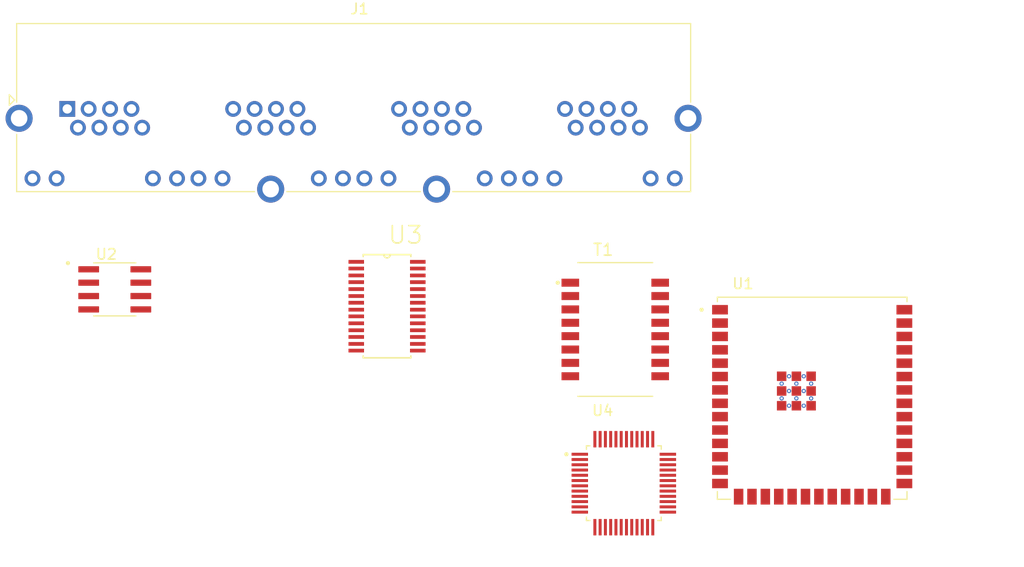
<source format=kicad_pcb>
(kicad_pcb (version 20221018) (generator pcbnew)
  (layers (0 "F.Cu" signal) (31 "B.Cu" signal) (34 "B.Paste" user) (35 "F.Paste" user) (36 "B.SilkS" user "B.Silkscreen") (37 "F.SilkS" user "F.Silkscreen") (38 "B.Mask" user) (39 "F.Mask" user) (44 "Edge.Cuts" user))
  (net 0 "")
  (net 1 "Net-(U1-GND-Pad1)")
  (net 138 "Net-(U4-AGND-Pad14)")
  (net 139 "Net-(U4-AVDD-Pad11)")
  (footprint "H1102NLT:XFMR_H1102NLT" (layer "F.Cu") (at 159.205 53.975)
    (fp_text reference "T1" (at -1.143535 -7.572675) (layer "F.SilkS") (effects (font (size 1.120512 1.120512))))
    (fp_text value "H1102NLT")
    (fp_line (start -3.555 -6.35) (end 3.555 -6.35) (stroke (width 0.127)) (layer "F.SilkS"))
    (fp_line (start -3.555 6.35) (end 3.555 6.35) (stroke (width 0.127)) (layer "F.SilkS"))
    (fp_circle (center -5.461 -4.445) (end -5.361 -4.445) (stroke (width 0.2)) (fill none) (layer "F.SilkS"))
    (pad "1" smd rect (at -4.265 -4.445) (size 1.67 0.76) (layers "F.Cu" "F.Paste" "F.Mask"))
    (pad "2" smd rect (at -4.265 -3.175) (size 1.67 0.76) (layers "F.Cu" "F.Paste" "F.Mask"))
    (pad "3" smd rect (at -4.265 -1.905) (size 1.67 0.76) (layers "F.Cu" "F.Paste" "F.Mask"))
    (pad "4" smd rect (at -4.265 -0.635) (size 1.67 0.76) (layers "F.Cu" "F.Paste" "F.Mask"))
    (pad "5" smd rect (at -4.265 0.635) (size 1.67 0.76) (layers "F.Cu" "F.Paste" "F.Mask"))
    (pad "6" smd rect (at -4.265 1.905) (size 1.67 0.76) (layers "F.Cu" "F.Paste" "F.Mask"))
    (pad "7" smd rect (at -4.265 3.175) (size 1.67 0.76) (layers "F.Cu" "F.Paste" "F.Mask"))
    (pad "8" smd rect (at -4.265 4.445) (size 1.67 0.76) (layers "F.Cu" "F.Paste" "F.Mask"))
    (pad "9" smd rect (at 4.265 4.445 180) (size 1.67 0.76) (layers "F.Cu" "F.Paste" "F.Mask"))
    (pad "10" smd rect (at 4.265 3.175 180) (size 1.67 0.76) (layers "F.Cu" "F.Paste" "F.Mask"))
    (pad "11" smd rect (at 4.265 1.905 180) (size 1.67 0.76) (layers "F.Cu" "F.Paste" "F.Mask"))
    (pad "12" smd rect (at 4.265 0.635 180) (size 1.67 0.76) (layers "F.Cu" "F.Paste" "F.Mask"))
    (pad "13" smd rect (at 4.265 -0.635 180) (size 1.67 0.76) (layers "F.Cu" "F.Paste" "F.Mask"))
    (pad "14" smd rect (at 4.265 -1.905 180) (size 1.67 0.76) (layers "F.Cu" "F.Paste" "F.Mask"))
    (pad "15" smd rect (at 4.265 -3.175 180) (size 1.67 0.76) (layers "F.Cu" "F.Paste" "F.Mask"))
    (pad "16" smd rect (at 4.265 -4.445 180) (size 1.67 0.76) (layers "F.Cu" "F.Paste" "F.Mask"))
  )
  (footprint "PCA9685PW_118:SOP65P640X110-28N" (layer "F.Cu") (at 137.541 51.7652)
    (fp_text reference "U3" (at 1.75556 -6.76773) (layer "F.SilkS") (effects (font (size 1.642756 1.642756))))
    (fp_text value "PCA9685PW_118")
    (fp_line (start -2.2606 -4.9022) (end -2.2606 -4.7244) (stroke (width 0.1524)) (layer "F.SilkS"))
    (fp_line (start -2.2606 4.7244) (end -2.2606 4.9022) (stroke (width 0.1524)) (layer "F.SilkS"))
    (fp_line (start -2.2606 4.9022) (end 2.2606 4.9022) (stroke (width 0.1524)) (layer "F.SilkS"))
    (fp_line (start -0.3048 -4.9022) (end -2.2606 -4.9022) (stroke (width 0.1524)) (layer "F.SilkS"))
    (fp_line (start 0.3048 -4.9022) (end -0.3048 -4.9022) (stroke (width 0.1524)) (layer "F.SilkS"))
    (fp_line (start 2.2606 -4.9022) (end 0.3048 -4.9022) (stroke (width 0.1524)) (layer "F.SilkS"))
    (fp_line (start 2.2606 -4.7244) (end 2.2606 -4.9022) (stroke (width 0.1524)) (layer "F.SilkS"))
    (fp_line (start 2.2606 4.9022) (end 2.2606 4.7244) (stroke (width 0.1524)) (layer "F.SilkS"))
    (fp_arc (start 0.3048 -4.9022) (mid 0 -4.5974) (end -0.3048 -4.9022) (stroke (width 0.1524)) (layer "F.SilkS"))
    (pad "1" smd rect (at -2.921 -4.2164) (size 1.4732 0.3556) (layers "F.Cu" "F.Paste" "F.Mask"))
    (pad "2" smd rect (at -2.921 -3.5814) (size 1.4732 0.3556) (layers "F.Cu" "F.Paste" "F.Mask"))
    (pad "3" smd rect (at -2.921 -2.921) (size 1.4732 0.3556) (layers "F.Cu" "F.Paste" "F.Mask"))
    (pad "4" smd rect (at -2.921 -2.286) (size 1.4732 0.3556) (layers "F.Cu" "F.Paste" "F.Mask"))
    (pad "5" smd rect (at -2.921 -1.6256) (size 1.4732 0.3556) (layers "F.Cu" "F.Paste" "F.Mask"))
    (pad "6" smd rect (at -2.921 -0.9652) (size 1.4732 0.3556) (layers "F.Cu" "F.Paste" "F.Mask"))
    (pad "7" smd rect (at -2.921 -0.3302) (size 1.4732 0.3556) (layers "F.Cu" "F.Paste" "F.Mask"))
    (pad "8" smd rect (at -2.921 0.3302) (size 1.4732 0.3556) (layers "F.Cu" "F.Paste" "F.Mask"))
    (pad "9" smd rect (at -2.921 0.9652) (size 1.4732 0.3556) (layers "F.Cu" "F.Paste" "F.Mask"))
    (pad "10" smd rect (at -2.921 1.6256) (size 1.4732 0.3556) (layers "F.Cu" "F.Paste" "F.Mask"))
    (pad "11" smd rect (at -2.921 2.286) (size 1.4732 0.3556) (layers "F.Cu" "F.Paste" "F.Mask"))
    (pad "12" smd rect (at -2.921 2.921) (size 1.4732 0.3556) (layers "F.Cu" "F.Paste" "F.Mask"))
    (pad "13" smd rect (at -2.921 3.5814) (size 1.4732 0.3556) (layers "F.Cu" "F.Paste" "F.Mask"))
    (pad "14" smd rect (at -2.921 4.2164) (size 1.4732 0.3556) (layers "F.Cu" "F.Paste" "F.Mask"))
    (pad "15" smd rect (at 2.921 4.2164) (size 1.4732 0.3556) (layers "F.Cu" "F.Paste" "F.Mask"))
    (pad "16" smd rect (at 2.921 3.5814) (size 1.4732 0.3556) (layers "F.Cu" "F.Paste" "F.Mask"))
    (pad "17" smd rect (at 2.921 2.921) (size 1.4732 0.3556) (layers "F.Cu" "F.Paste" "F.Mask"))
    (pad "18" smd rect (at 2.921 2.286) (size 1.4732 0.3556) (layers "F.Cu" "F.Paste" "F.Mask"))
    (pad "19" smd rect (at 2.921 1.6256) (size 1.4732 0.3556) (layers "F.Cu" "F.Paste" "F.Mask"))
    (pad "20" smd rect (at 2.921 0.9652) (size 1.4732 0.3556) (layers "F.Cu" "F.Paste" "F.Mask"))
    (pad "21" smd rect (at 2.921 0.3302) (size 1.4732 0.3556) (layers "F.Cu" "F.Paste" "F.Mask"))
    (pad "22" smd rect (at 2.921 -0.3302) (size 1.4732 0.3556) (layers "F.Cu" "F.Paste" "F.Mask"))
    (pad "23" smd rect (at 2.921 -0.9652) (size 1.4732 0.3556) (layers "F.Cu" "F.Paste" "F.Mask"))
    (pad "24" smd rect (at 2.921 -1.6256) (size 1.4732 0.3556) (layers "F.Cu" "F.Paste" "F.Mask"))
    (pad "25" smd rect (at 2.921 -2.286) (size 1.4732 0.3556) (layers "F.Cu" "F.Paste" "F.Mask"))
    (pad "26" smd rect (at 2.921 -2.921) (size 1.4732 0.3556) (layers "F.Cu" "F.Paste" "F.Mask"))
    (pad "27" smd rect (at 2.921 -3.5814) (size 1.4732 0.3556) (layers "F.Cu" "F.Paste" "F.Mask"))
    (pad "28" smd rect (at 2.921 -4.2164) (size 1.4732 0.3556) (layers "F.Cu" "F.Paste" "F.Mask"))
  )
  (footprint "W5500:QFP50P900X900X160-48N" (layer "F.Cu") (at 160.02 68.58)
    (fp_text reference "U4" (at -2.008545 -6.897075) (layer "F.SilkS") (effects (font (size 1.00174 1.00174))))
    (fp_text value "W5500")
    (fp_line (start -3.55 -3.55) (end -3.22 -3.55) (stroke (width 0.127)) (layer "F.SilkS"))
    (fp_line (start -3.55 -3.22) (end -3.55 -3.55) (stroke (width 0.127)) (layer "F.SilkS"))
    (fp_line (start -3.55 3.55) (end -3.55 3.22) (stroke (width 0.127)) (layer "F.SilkS"))
    (fp_line (start -3.22 3.55) (end -3.55 3.55) (stroke (width 0.127)) (layer "F.SilkS"))
    (fp_line (start 3.22 -3.55) (end 3.55 -3.55) (stroke (width 0.127)) (layer "F.SilkS"))
    (fp_line (start 3.55 -3.55) (end 3.55 -3.22) (stroke (width 0.127)) (layer "F.SilkS"))
    (fp_line (start 3.55 3.22) (end 3.55 3.55) (stroke (width 0.127)) (layer "F.SilkS"))
    (fp_line (start 3.55 3.55) (end 3.22 3.55) (stroke (width 0.127)) (layer "F.SilkS"))
    (fp_circle (center -5.45005 -2.75008) (end -5.35005 -2.75008) (stroke (width 0.2)) (fill none) (layer "F.SilkS"))
    (pad "1" smd rect (at -4.18 -2.75 270) (size 0.28 1.56) (layers "F.Cu" "F.Paste" "F.Mask"))
    (pad "2" smd rect (at -4.18 -2.25 270) (size 0.28 1.56) (layers "F.Cu" "F.Paste" "F.Mask"))
    (pad "3" smd rect (at -4.18 -1.75 270) (size 0.28 1.56) (layers "F.Cu" "F.Paste" "F.Mask") (net 138 "Net-(U4-AGND-Pad14)"))
    (pad "4" smd rect (at -4.18 -1.25 270) (size 0.28 1.56) (layers "F.Cu" "F.Paste" "F.Mask") (net 139 "Net-(U4-AVDD-Pad11)"))
    (pad "5" smd rect (at -4.18 -0.75 270) (size 0.28 1.56) (layers "F.Cu" "F.Paste" "F.Mask"))
    (pad "6" smd rect (at -4.18 -0.25 270) (size 0.28 1.56) (layers "F.Cu" "F.Paste" "F.Mask"))
    (pad "7" smd rect (at -4.18 0.25 270) (size 0.28 1.56) (layers "F.Cu" "F.Paste" "F.Mask"))
    (pad "8" smd rect (at -4.18 0.75 270) (size 0.28 1.56) (layers "F.Cu" "F.Paste" "F.Mask") (net 139 "Net-(U4-AVDD-Pad11)"))
    (pad "9" smd rect (at -4.18 1.25 270) (size 0.28 1.56) (layers "F.Cu" "F.Paste" "F.Mask") (net 138 "Net-(U4-AGND-Pad14)"))
    (pad "10" smd rect (at -4.18 1.75 270) (size 0.28 1.56) (layers "F.Cu" "F.Paste" "F.Mask"))
    (pad "11" smd rect (at -4.18 2.25 270) (size 0.28 1.56) (layers "F.Cu" "F.Paste" "F.Mask") (net 139 "Net-(U4-AVDD-Pad11)"))
    (pad "12" smd rect (at -4.18 2.75 270) (size 0.28 1.56) (layers "F.Cu" "F.Paste" "F.Mask"))
    (pad "13" smd rect (at -2.75 4.18 270) (size 1.56 0.28) (layers "F.Cu" "F.Paste" "F.Mask"))
    (pad "14" smd rect (at -2.25 4.18 270) (size 1.56 0.28) (layers "F.Cu" "F.Paste" "F.Mask") (net 138 "Net-(U4-AGND-Pad14)"))
    (pad "15" smd rect (at -1.75 4.18 270) (size 1.56 0.28) (layers "F.Cu" "F.Paste" "F.Mask") (net 139 "Net-(U4-AVDD-Pad11)"))
    (pad "16" smd rect (at -1.25 4.18 270) (size 1.56 0.28) (layers "F.Cu" "F.Paste" "F.Mask") (net 138 "Net-(U4-AGND-Pad14)"))
    (pad "17" smd rect (at -0.75 4.18 270) (size 1.56 0.28) (layers "F.Cu" "F.Paste" "F.Mask") (net 139 "Net-(U4-AVDD-Pad11)"))
    (pad "18" smd rect (at -0.25 4.18 270) (size 1.56 0.28) (layers "F.Cu" "F.Paste" "F.Mask"))
    (pad "19" smd rect (at 0.25 4.18 270) (size 1.56 0.28) (layers "F.Cu" "F.Paste" "F.Mask") (net 138 "Net-(U4-AGND-Pad14)"))
    (pad "20" smd rect (at 0.75 4.18 270) (size 1.56 0.28) (layers "F.Cu" "F.Paste" "F.Mask"))
    (pad "21" smd rect (at 1.25 4.18 270) (size 1.56 0.28) (layers "F.Cu" "F.Paste" "F.Mask") (net 139 "Net-(U4-AVDD-Pad11)"))
    (pad "22" smd rect (at 1.75 4.18 270) (size 1.56 0.28) (layers "F.Cu" "F.Paste" "F.Mask"))
    (pad "23" smd rect (at 2.25 4.18 270) (size 1.56 0.28) (layers "F.Cu" "F.Paste" "F.Mask"))
    (pad "24" smd rect (at 2.75 4.18 270) (size 1.56 0.28) (layers "F.Cu" "F.Paste" "F.Mask"))
    (pad "25" smd rect (at 4.18 2.75 270) (size 0.28 1.56) (layers "F.Cu" "F.Paste" "F.Mask"))
    (pad "26" smd rect (at 4.18 2.25 270) (size 0.28 1.56) (layers "F.Cu" "F.Paste" "F.Mask"))
    (pad "27" smd rect (at 4.18 1.75 270) (size 0.28 1.56) (layers "F.Cu" "F.Paste" "F.Mask"))
    (pad "28" smd rect (at 4.18 1.25 270) (size 0.28 1.56) (layers "F.Cu" "F.Paste" "F.Mask"))
    (pad "29" smd rect (at 4.18 0.75 270) (size 0.28 1.56) (layers "F.Cu" "F.Paste" "F.Mask"))
    (pad "30" smd rect (at 4.18 0.25 270) (size 0.28 1.56) (layers "F.Cu" "F.Paste" "F.Mask"))
    (pad "31" smd rect (at 4.18 -0.25 270) (size 0.28 1.56) (layers "F.Cu" "F.Paste" "F.Mask"))
    (pad "32" smd rect (at 4.18 -0.75 270) (size 0.28 1.56) (layers "F.Cu" "F.Paste" "F.Mask"))
    (pad "33" smd rect (at 4.18 -1.25 270) (size 0.28 1.56) (layers "F.Cu" "F.Paste" "F.Mask"))
    (pad "34" smd rect (at 4.18 -1.75 270) (size 0.28 1.56) (layers "F.Cu" "F.Paste" "F.Mask"))
    (pad "35" smd rect (at 4.18 -2.25 270) (size 0.28 1.56) (layers "F.Cu" "F.Paste" "F.Mask"))
    (pad "36" smd rect (at 4.18 -2.75 270) (size 0.28 1.56) (layers "F.Cu" "F.Paste" "F.Mask"))
    (pad "37" smd rect (at 2.75 -4.18 270) (size 1.56 0.28) (layers "F.Cu" "F.Paste" "F.Mask"))
    (pad "38" smd rect (at 2.25 -4.18 270) (size 1.56 0.28) (layers "F.Cu" "F.Paste" "F.Mask"))
    (pad "39" smd rect (at 1.75 -4.18 270) (size 1.56 0.28) (layers "F.Cu" "F.Paste" "F.Mask"))
    (pad "40" smd rect (at 1.25 -4.18 270) (size 1.56 0.28) (layers "F.Cu" "F.Paste" "F.Mask"))
    (pad "41" smd rect (at 0.75 -4.18 270) (size 1.56 0.28) (layers "F.Cu" "F.Paste" "F.Mask"))
    (pad "42" smd rect (at 0.25 -4.18 270) (size 1.56 0.28) (layers "F.Cu" "F.Paste" "F.Mask"))
    (pad "43" smd rect (at -0.25 -4.18 270) (size 1.56 0.28) (layers "F.Cu" "F.Paste" "F.Mask"))
    (pad "44" smd rect (at -0.75 -4.18 270) (size 1.56 0.28) (layers "F.Cu" "F.Paste" "F.Mask"))
    (pad "45" smd rect (at -1.25 -4.18 270) (size 1.56 0.28) (layers "F.Cu" "F.Paste" "F.Mask"))
    (pad "46" smd rect (at -1.75 -4.18 270) (size 1.56 0.28) (layers "F.Cu" "F.Paste" "F.Mask"))
    (pad "47" smd rect (at -2.25 -4.18 270) (size 1.56 0.28) (layers "F.Cu" "F.Paste" "F.Mask"))
    (pad "48" smd rect (at -2.75 -4.18 270) (size 1.56 0.28) (layers "F.Cu" "F.Paste" "F.Mask") (net 138 "Net-(U4-AGND-Pad14)"))
  )
  (footprint "ESP32-S3-WROOM-1U-N16R8:XCVR_ESP32-S3-WROOM-1U-N16R8" (layer "F.Cu") (at 177.9 60.51)
    (fp_text reference "U1" (at -6.575 -10.885) (layer "F.SilkS"))
    (fp_text value "ESP32-S3-WROOM-1U-N16R8")
    (fp_line (start -9 -9.6) (end 9 -9.6) (stroke (width 0.127)) (layer "F.SilkS"))
    (fp_line (start -9 -9.18) (end -9 -9.6) (stroke (width 0.127)) (layer "F.SilkS"))
    (fp_line (start -9 9.6) (end -9 8.87) (stroke (width 0.127)) (layer "F.SilkS"))
    (fp_line (start -7.755 9.6) (end -9 9.6) (stroke (width 0.127)) (layer "F.SilkS"))
    (fp_line (start 9 -9.6) (end 9 -9.18) (stroke (width 0.127)) (layer "F.SilkS"))
    (fp_line (start 9 9.6) (end 7.755 9.6) (stroke (width 0.127)) (layer "F.SilkS"))
    (fp_line (start 9 9.6) (end 9 8.87) (stroke (width 0.127)) (layer "F.SilkS"))
    (fp_circle (center -10.5 -8.41) (end -10.4 -8.41) (stroke (width 0.2)) (fill none) (layer "F.SilkS"))
    (pad "1" smd rect (at -8.75 -8.41) (size 1.5 0.9) (layers "F.Cu" "F.Paste" "F.Mask") (net 1 "Net-(U1-GND-Pad1)"))
    (pad "2" smd rect (at -8.75 -7.14) (size 1.5 0.9) (layers "F.Cu" "F.Paste" "F.Mask"))
    (pad "3" smd rect (at -8.75 -5.87) (size 1.5 0.9) (layers "F.Cu" "F.Paste" "F.Mask"))
    (pad "4" smd rect (at -8.75 -4.6) (size 1.5 0.9) (layers "F.Cu" "F.Paste" "F.Mask"))
    (pad "5" smd rect (at -8.75 -3.33) (size 1.5 0.9) (layers "F.Cu" "F.Paste" "F.Mask"))
    (pad "6" smd rect (at -8.75 -2.06) (size 1.5 0.9) (layers "F.Cu" "F.Paste" "F.Mask"))
    (pad "7" smd rect (at -8.75 -0.79) (size 1.5 0.9) (layers "F.Cu" "F.Paste" "F.Mask"))
    (pad "8" smd rect (at -8.75 0.48) (size 1.5 0.9) (layers "F.Cu" "F.Paste" "F.Mask"))
    (pad "9" smd rect (at -8.75 1.75) (size 1.5 0.9) (layers "F.Cu" "F.Paste" "F.Mask"))
    (pad "10" smd rect (at -8.75 3.02) (size 1.5 0.9) (layers "F.Cu" "F.Paste" "F.Mask"))
    (pad "11" smd rect (at -8.75 4.29) (size 1.5 0.9) (layers "F.Cu" "F.Paste" "F.Mask"))
    (pad "12" smd rect (at -8.75 5.56) (size 1.5 0.9) (layers "F.Cu" "F.Paste" "F.Mask"))
    (pad "13" smd rect (at -8.75 6.83) (size 1.5 0.9) (layers "F.Cu" "F.Paste" "F.Mask"))
    (pad "14" smd rect (at -8.75 8.1) (size 1.5 0.9) (layers "F.Cu" "F.Paste" "F.Mask"))
    (pad "15" smd rect (at -6.985 9.35) (size 0.9 1.5) (layers "F.Cu" "F.Paste" "F.Mask"))
    (pad "16" smd rect (at -5.715 9.35) (size 0.9 1.5) (layers "F.Cu" "F.Paste" "F.Mask"))
    (pad "17" smd rect (at -4.445 9.35) (size 0.9 1.5) (layers "F.Cu" "F.Paste" "F.Mask"))
    (pad "18" smd rect (at -3.175 9.35) (size 0.9 1.5) (layers "F.Cu" "F.Paste" "F.Mask"))
    (pad "19" smd rect (at -1.905 9.35) (size 0.9 1.5) (layers "F.Cu" "F.Paste" "F.Mask"))
    (pad "20" smd rect (at -0.635 9.35) (size 0.9 1.5) (layers "F.Cu" "F.Paste" "F.Mask"))
    (pad "21" smd rect (at 0.635 9.35) (size 0.9 1.5) (layers "F.Cu" "F.Paste" "F.Mask"))
    (pad "22" smd rect (at 1.905 9.35) (size 0.9 1.5) (layers "F.Cu" "F.Paste" "F.Mask"))
    (pad "23" smd rect (at 3.175 9.35) (size 0.9 1.5) (layers "F.Cu" "F.Paste" "F.Mask"))
    (pad "24" smd rect (at 4.445 9.35) (size 0.9 1.5) (layers "F.Cu" "F.Paste" "F.Mask"))
    (pad "25" smd rect (at 5.715 9.35) (size 0.9 1.5) (layers "F.Cu" "F.Paste" "F.Mask"))
    (pad "26" smd rect (at 6.985 9.35) (size 0.9 1.5) (layers "F.Cu" "F.Paste" "F.Mask"))
    (pad "27" smd rect (at 8.75 8.1) (size 1.5 0.9) (layers "F.Cu" "F.Paste" "F.Mask"))
    (pad "28" smd rect (at 8.75 6.83) (size 1.5 0.9) (layers "F.Cu" "F.Paste" "F.Mask"))
    (pad "29" smd rect (at 8.75 5.56) (size 1.5 0.9) (layers "F.Cu" "F.Paste" "F.Mask"))
    (pad "30" smd rect (at 8.75 4.29) (size 1.5 0.9) (layers "F.Cu" "F.Paste" "F.Mask"))
    (pad "31" smd rect (at 8.75 3.02) (size 1.5 0.9) (layers "F.Cu" "F.Paste" "F.Mask"))
    (pad "32" smd rect (at 8.75 1.75) (size 1.5 0.9) (layers "F.Cu" "F.Paste" "F.Mask"))
    (pad "33" smd rect (at 8.75 0.48) (size 1.5 0.9) (layers "F.Cu" "F.Paste" "F.Mask"))
    (pad "34" smd rect (at 8.75 -0.79) (size 1.5 0.9) (layers "F.Cu" "F.Paste" "F.Mask"))
    (pad "35" smd rect (at 8.75 -2.06) (size 1.5 0.9) (layers "F.Cu" "F.Paste" "F.Mask"))
    (pad "36" smd rect (at 8.75 -3.33) (size 1.5 0.9) (layers "F.Cu" "F.Paste" "F.Mask"))
    (pad "37" smd rect (at 8.75 -4.6) (size 1.5 0.9) (layers "F.Cu" "F.Paste" "F.Mask"))
    (pad "38" smd rect (at 8.75 -5.87) (size 1.5 0.9) (layers "F.Cu" "F.Paste" "F.Mask"))
    (pad "39" smd rect (at 8.75 -7.14) (size 1.5 0.9) (layers "F.Cu" "F.Paste" "F.Mask"))
    (pad "40" smd rect (at 8.75 -8.41) (size 1.5 0.9) (layers "F.Cu" "F.Paste" "F.Mask") (net 1 "Net-(U1-GND-Pad1)"))
    (pad "41_1" smd rect (at -2.9 -2.09) (size 0.9 0.9) (layers "F.Cu" "F.Paste" "F.Mask") (net 1 "Net-(U1-GND-Pad1)"))
    (pad "41_2" smd rect (at -1.5 -2.09) (size 0.9 0.9) (layers "F.Cu" "F.Paste" "F.Mask") (net 1 "Net-(U1-GND-Pad1)"))
    (pad "41_3" smd rect (at -0.1 -2.09) (size 0.9 0.9) (layers "F.Cu" "F.Paste" "F.Mask") (net 1 "Net-(U1-GND-Pad1)"))
    (pad "41_4" smd rect (at -2.9 -0.69) (size 0.9 0.9) (layers "F.Cu" "F.Paste" "F.Mask") (net 1 "Net-(U1-GND-Pad1)"))
    (pad "41_5" smd rect (at -1.5 -0.69) (size 0.9 0.9) (layers "F.Cu" "F.Paste" "F.Mask") (net 1 "Net-(U1-GND-Pad1)"))
    (pad "41_6" smd rect (at -0.1 -0.69) (size 0.9 0.9) (layers "F.Cu" "F.Paste" "F.Mask") (net 1 "Net-(U1-GND-Pad1)"))
    (pad "41_7" smd rect (at -2.9 0.71) (size 0.9 0.9) (layers "F.Cu" "F.Paste" "F.Mask") (net 1 "Net-(U1-GND-Pad1)"))
    (pad "41_8" smd rect (at -1.5 0.71) (size 0.9 0.9) (layers "F.Cu" "F.Paste" "F.Mask") (net 1 "Net-(U1-GND-Pad1)"))
    (pad "41_9" smd rect (at -0.1 0.71) (size 0.9 0.9) (layers "F.Cu" "F.Paste" "F.Mask") (net 1 "Net-(U1-GND-Pad1)"))
    (pad "41_10" thru_hole circle (at -2.2 -2.09) (size 0.4 0.4) (drill 0.2) (layers "*.Cu"))
    (pad "41_11" thru_hole circle (at -0.8 -2.09) (size 0.4 0.4) (drill 0.2) (layers "*.Cu"))
    (pad "41_12" thru_hole circle (at -2.9 -1.39) (size 0.4 0.4) (drill 0.2) (layers "*.Cu"))
    (pad "41_13" thru_hole circle (at -1.5 -1.39) (size 0.4 0.4) (drill 0.2) (layers "*.Cu"))
    (pad "41_14" thru_hole circle (at -0.1 -1.39) (size 0.4 0.4) (drill 0.2) (layers "*.Cu"))
    (pad "41_15" thru_hole circle (at -2.2 -0.69) (size 0.4 0.4) (drill 0.2) (layers "*.Cu"))
    (pad "41_16" thru_hole circle (at -0.8 -0.69) (size 0.4 0.4) (drill 0.2) (layers "*.Cu"))
    (pad "41_17" thru_hole circle (at -2.9 0.01) (size 0.4 0.4) (drill 0.2) (layers "*.Cu"))
    (pad "41_18" thru_hole circle (at -1.5 0.01) (size 0.4 0.4) (drill 0.2) (layers "*.Cu"))
    (pad "41_19" thru_hole circle (at -0.1 0.01) (size 0.4 0.4) (drill 0.2) (layers "*.Cu"))
    (pad "41_20" thru_hole circle (at -2.2 0.71) (size 0.4 0.4) (drill 0.2) (layers "*.Cu"))
    (pad "41_21" thru_hole circle (at -0.8 0.71) (size 0.4 0.4) (drill 0.2) (layers "*.Cu"))
  )
  (footprint "Connector_RJ:RJ45_Amphenol_RJHSE538X-04" (layer "F.Cu") (at 107.186 33.02)
    (fp_text reference "J1" (at 27.75 -9.5) (layer "F.SilkS"))
    (fp_text value "RJ45_LED_Shielded")
    (fp_line (start -5.5 -1.35) (end -5 -0.85) (stroke (width 0.12)) (layer "F.SilkS"))
    (fp_line (start -5.5 -0.35) (end -5.5 -1.35) (stroke (width 0.12)) (layer "F.SilkS"))
    (fp_line (start -5 -0.85) (end -5.5 -0.35) (stroke (width 0.12)) (layer "F.SilkS"))
    (fp_line (start -4.805 -8.11) (end -4.805 -0.64) (stroke (width 0.12)) (layer "F.SilkS"))
    (fp_line (start -4.805 -8.11) (end 59.175 -8.11) (stroke (width 0.12)) (layer "F.SilkS"))
    (fp_line (start -4.805 7.86) (end -4.805 2.42) (stroke (width 0.12)) (layer "F.SilkS"))
    (fp_line (start -4.805 7.86) (end 17.78 7.86) (stroke (width 0.12)) (layer "F.SilkS"))
    (fp_line (start 33.53 7.86) (end 20.84 7.86) (stroke (width 0.12)) (layer "F.SilkS"))
    (fp_line (start 36.59 7.86) (end 59.175 7.86) (stroke (width 0.12)) (layer "F.SilkS"))
    (fp_line (start 59.175 -8.11) (end 59.175 -0.64) (stroke (width 0.12)) (layer "F.SilkS"))
    (fp_line (start 59.175 7.86) (end 59.175 2.4) (stroke (width 0.12)) (layer "F.SilkS"))
    (pad "" np_thru_hole circle (at -2.79 -2.54) (size 3.25 3.25) (drill 3.25) (layers "*.Cu" "*.Mask"))
    (pad "" np_thru_hole circle (at 57.15 -2.54) (size 3.25 3.25) (drill 3.25) (layers "F&B.Cu" "*.Mask"))
    (pad "1" thru_hole rect (at 0 0) (size 1.5 1.5) (drill 0.89) (layers "*.Cu" "*.Mask"))
    (pad "2" thru_hole circle (at 1.016 1.78) (size 1.5 1.5) (drill 0.89) (layers "*.Cu" "*.Mask"))
    (pad "3" thru_hole circle (at 2.032 0) (size 1.5 1.5) (drill 0.89) (layers "*.Cu" "*.Mask"))
    (pad "4" thru_hole circle (at 3.048 1.78) (size 1.5 1.5) (drill 0.89) (layers "*.Cu" "*.Mask"))
    (pad "5" thru_hole circle (at 4.064 0) (size 1.5 1.5) (drill 0.89) (layers "*.Cu" "*.Mask"))
    (pad "6" thru_hole circle (at 5.08 1.78) (size 1.5 1.5) (drill 0.89) (layers "*.Cu" "*.Mask"))
    (pad "7" thru_hole circle (at 6.096 0) (size 1.5 1.5) (drill 0.89) (layers "*.Cu" "*.Mask"))
    (pad "8" thru_hole circle (at 7.112 1.78) (size 1.5 1.5) (drill 0.89) (layers "*.Cu" "*.Mask"))
    (pad "9" thru_hole circle (at -3.3 6.6) (size 1.5 1.5) (drill 0.89) (layers "*.Cu" "*.Mask"))
    (pad "10" thru_hole circle (at -1.01 6.6) (size 1.5 1.5) (drill 0.89) (layers "*.Cu" "*.Mask"))
    (pad "11" thru_hole circle (at 8.13 6.6) (size 1.5 1.5) (drill 0.89) (layers "*.Cu" "*.Mask"))
    (pad "12" thru_hole circle (at 10.42 6.6) (size 1.5 1.5) (drill 0.89) (layers "*.Cu" "*.Mask"))
    (pad "13" thru_hole circle (at 15.75 0) (size 1.5 1.5) (drill 0.89) (layers "*.Cu" "*.Mask"))
    (pad "14" thru_hole circle (at 16.766 1.78) (size 1.5 1.5) (drill 0.89) (layers "*.Cu" "*.Mask"))
    (pad "15" thru_hole circle (at 17.782 0) (size 1.5 1.5) (drill 0.89) (layers "*.Cu" "*.Mask"))
    (pad "16" thru_hole circle (at 18.798 1.78) (size 1.5 1.5) (drill 0.89) (layers "*.Cu" "*.Mask"))
    (pad "17" thru_hole circle (at 19.814 0) (size 1.5 1.5) (drill 0.89) (layers "*.Cu" "*.Mask"))
    (pad "18" thru_hole circle (at 20.83 1.78) (size 1.5 1.5) (drill 0.89) (layers "*.Cu" "*.Mask"))
    (pad "19" thru_hole circle (at 21.846 0) (size 1.5 1.5) (drill 0.89) (layers "*.Cu" "*.Mask"))
    (pad "20" thru_hole circle (at 22.862 1.78) (size 1.5 1.5) (drill 0.89) (layers "*.Cu" "*.Mask"))
    (pad "21" thru_hole circle (at 12.45 6.6) (size 1.5 1.5) (drill 0.89) (layers "*.Cu" "*.Mask"))
    (pad "22" thru_hole circle (at 14.74 6.6) (size 1.5 1.5) (drill 0.89) (layers "*.Cu" "*.Mask"))
    (pad "23" thru_hole circle (at 23.88 6.6) (size 1.5 1.5) (drill 0.89) (layers "*.Cu" "*.Mask"))
    (pad "24" thru_hole circle (at 26.17 6.6) (size 1.5 1.5) (drill 0.89) (layers "*.Cu" "*.Mask"))
    (pad "25" thru_hole circle (at 31.5 0) (size 1.5 1.5) (drill 0.89) (layers "*.Cu" "*.Mask"))
    (pad "26" thru_hole circle (at 32.516 1.78) (size 1.5 1.5) (drill 0.89) (layers "*.Cu" "*.Mask"))
    (pad "27" thru_hole circle (at 33.532 0) (size 1.5 1.5) (drill 0.89) (layers "*.Cu" "*.Mask"))
    (pad "28" thru_hole circle (at 34.548 1.78) (size 1.5 1.5) (drill 0.89) (layers "*.Cu" "*.Mask"))
    (pad "29" thru_hole circle (at 35.564 0) (size 1.5 1.5) (drill 0.89) (layers "*.Cu" "*.Mask"))
    (pad "30" thru_hole circle (at 36.58 1.78) (size 1.5 1.5) (drill 0.89) (layers "*.Cu" "*.Mask"))
    (pad "31" thru_hole circle (at 37.596 0) (size 1.5 1.5) (drill 0.89) (layers "*.Cu" "*.Mask"))
    (pad "32" thru_hole circle (at 38.612 1.78) (size 1.5 1.5) (drill 0.89) (layers "*.Cu" "*.Mask"))
    (pad "33" thru_hole circle (at 28.2 6.6) (size 1.5 1.5) (drill 0.89) (layers "*.Cu" "*.Mask"))
    (pad "34" thru_hole circle (at 30.49 6.6) (size 1.5 1.5) (drill 0.89) (layers "*.Cu" "*.Mask"))
    (pad "35" thru_hole circle (at 39.63 6.6) (size 1.5 1.5) (drill 0.89) (layers "*.Cu" "*.Mask"))
    (pad "36" thru_hole circle (at 41.92 6.6) (size 1.5 1.5) (drill 0.89) (layers "*.Cu" "*.Mask"))
    (pad "37" thru_hole circle (at 47.25 0) (size 1.5 1.5) (drill 0.89) (layers "*.Cu" "*.Mask"))
    (pad "38" thru_hole circle (at 48.266 1.78) (size 1.5 1.5) (drill 0.89) (layers "*.Cu" "*.Mask"))
    (pad "39" thru_hole circle (at 49.282 0) (size 1.5 1.5) (drill 0.89) (layers "*.Cu" "*.Mask"))
    (pad "40" thru_hole circle (at 50.298 1.78) (size 1.5 1.5) (drill 0.89) (layers "*.Cu" "*.Mask"))
    (pad "41" thru_hole circle (at 51.314 0) (size 1.5 1.5) (drill 0.89) (layers "*.Cu" "*.Mask"))
    (pad "42" thru_hole circle (at 52.33 1.78) (size 1.5 1.5) (drill 0.89) (layers "*.Cu" "*.Mask"))
    (pad "43" thru_hole circle (at 53.346 0) (size 1.5 1.5) (drill 0.89) (layers "*.Cu" "*.Mask"))
    (pad "44" thru_hole circle (at 54.362 1.78) (size 1.5 1.5) (drill 0.89) (layers "*.Cu" "*.Mask"))
    (pad "45" thru_hole circle (at 43.95 6.6) (size 1.5 1.5) (drill 0.89) (layers "*.Cu" "*.Mask"))
    (pad "46" thru_hole circle (at 46.24 6.6) (size 1.5 1.5) (drill 0.89) (layers "*.Cu" "*.Mask"))
    (pad "47" thru_hole circle (at 55.38 6.6) (size 1.5 1.5) (drill 0.89) (layers "*.Cu" "*.Mask"))
    (pad "48" thru_hole circle (at 57.67 6.6) (size 1.5 1.5) (drill 0.89) (layers "*.Cu" "*.Mask"))
    (pad "SH" thru_hole circle (at -4.57 0.89) (size 2.57 2.57) (drill 1.57) (layers "*.Cu" "*.Mask"))
    (pad "SH" thru_hole circle (at 19.31 7.62) (size 2.57 2.57) (drill 1.57) (layers "*.Cu" "*.Mask"))
    (pad "SH" thru_hole circle (at 35.06 7.62) (size 2.57 2.57) (drill 1.57) (layers "*.Cu" "*.Mask"))
    (pad "SH" thru_hole circle (at 58.93 0.89) (size 2.57 2.57) (drill 1.57) (layers "*.Cu" "*.Mask"))
  )
  (footprint "MAX3488ECSA_:SOIC127P600X175-8N" (layer "F.Cu") (at 111.695 50.165)
    (fp_text reference "U2" (at -0.795 -3.332) (layer "F.SilkS"))
    (fp_text value "MAX3488ECSA_")
    (fp_line (start -2 -2.52) (end 2 -2.52) (stroke (width 0.127)) (layer "F.SilkS"))
    (fp_line (start -2 2.52) (end 2 2.52) (stroke (width 0.127)) (layer "F.SilkS"))
    (fp_circle (center -4.445 -2.495) (end -4.345 -2.495) (stroke (width 0.2)) (fill none) (layer "F.SilkS"))
    (pad "1" smd roundrect (at -2.475 -1.905) (size 1.97 0.59) (layers "F.Cu" "F.Paste" "F.Mask") (roundrect_rratio 0.07))
    (pad "2" smd roundrect (at -2.475 -0.635) (size 1.97 0.59) (layers "F.Cu" "F.Paste" "F.Mask") (roundrect_rratio 0.07))
    (pad "3" smd roundrect (at -2.475 0.635) (size 1.97 0.59) (layers "F.Cu" "F.Paste" "F.Mask") (roundrect_rratio 0.07))
    (pad "4" smd roundrect (at -2.475 1.905) (size 1.97 0.59) (layers "F.Cu" "F.Paste" "F.Mask") (roundrect_rratio 0.07))
    (pad "5" smd roundrect (at 2.475 1.905) (size 1.97 0.59) (layers "F.Cu" "F.Paste" "F.Mask") (roundrect_rratio 0.07))
    (pad "6" smd roundrect (at 2.475 0.635) (size 1.97 0.59) (layers "F.Cu" "F.Paste" "F.Mask") (roundrect_rratio 0.07))
    (pad "7" smd roundrect (at 2.475 -0.635) (size 1.97 0.59) (layers "F.Cu" "F.Paste" "F.Mask") (roundrect_rratio 0.07))
    (pad "8" smd roundrect (at 2.475 -1.905) (size 1.97 0.59) (layers "F.Cu" "F.Paste" "F.Mask") (roundrect_rratio 0.07))
  )
)
</source>
